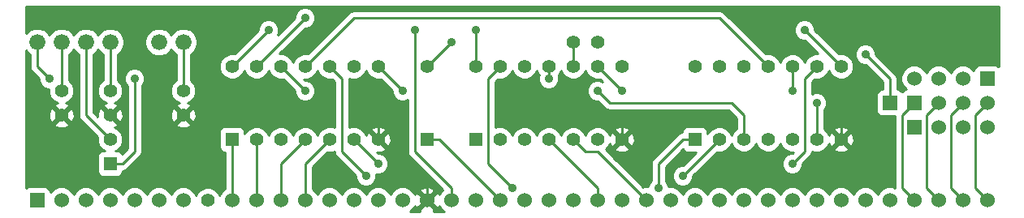
<source format=gtl>
G04 (created by PCBNEW (2013-03-19 BZR 4004)-stable) date 13/06/2016 14:56:16*
%MOIN*%
G04 Gerber Fmt 3.4, Leading zero omitted, Abs format*
%FSLAX34Y34*%
G01*
G70*
G90*
G04 APERTURE LIST*
%ADD10C,0.006*%
%ADD11R,0.06X0.06*%
%ADD12C,0.06*%
%ADD13C,0.055*%
%ADD14R,0.055X0.055*%
%ADD15C,0.066*%
%ADD16C,0.035*%
%ADD17C,0.01*%
G04 APERTURE END LIST*
G54D10*
G54D11*
X1000Y-8500D03*
G54D12*
X2000Y-8500D03*
X3000Y-8500D03*
X4000Y-8500D03*
X5000Y-8500D03*
X6000Y-8500D03*
X7000Y-8500D03*
G54D13*
X8000Y-8500D03*
G54D12*
X9000Y-8500D03*
X10000Y-8500D03*
X11000Y-8500D03*
X12000Y-8500D03*
X13000Y-8500D03*
X14000Y-8500D03*
X15000Y-8500D03*
X16000Y-8500D03*
X17000Y-8500D03*
X18000Y-8500D03*
X19000Y-8500D03*
X20000Y-8500D03*
X21000Y-8500D03*
X22000Y-8500D03*
X23000Y-8500D03*
X25000Y-8500D03*
X26000Y-8500D03*
X27000Y-8500D03*
X28000Y-8500D03*
X29000Y-8500D03*
X30000Y-8500D03*
X31000Y-8500D03*
X32000Y-8500D03*
X33000Y-8500D03*
X34000Y-8500D03*
X35000Y-8500D03*
X36000Y-8500D03*
X37000Y-8500D03*
X38000Y-8500D03*
X39000Y-8500D03*
X40000Y-8500D03*
X24000Y-8500D03*
G54D14*
X4000Y-7000D03*
G54D13*
X4000Y-6000D03*
G54D14*
X28000Y-6000D03*
G54D13*
X29000Y-6000D03*
X30000Y-6000D03*
X31000Y-6000D03*
X32000Y-6000D03*
X33000Y-6000D03*
X34000Y-6000D03*
X34000Y-3000D03*
X33000Y-3000D03*
X32000Y-3000D03*
X31000Y-3000D03*
X30000Y-3000D03*
X29000Y-3000D03*
X28000Y-3000D03*
G54D14*
X9000Y-6000D03*
G54D13*
X10000Y-6000D03*
X11000Y-6000D03*
X12000Y-6000D03*
X13000Y-6000D03*
X14000Y-6000D03*
X15000Y-6000D03*
X15000Y-3000D03*
X14000Y-3000D03*
X13000Y-3000D03*
X12000Y-3000D03*
X11000Y-3000D03*
X10000Y-3000D03*
X9000Y-3000D03*
G54D14*
X19000Y-6000D03*
G54D13*
X20000Y-6000D03*
X21000Y-6000D03*
X22000Y-6000D03*
X23000Y-6000D03*
X24000Y-6000D03*
X25000Y-6000D03*
X25000Y-3000D03*
X24000Y-3000D03*
X23000Y-3000D03*
X22000Y-3000D03*
X21000Y-3000D03*
X20000Y-3000D03*
X19000Y-3000D03*
G54D15*
X1000Y-2000D03*
X2000Y-2000D03*
X3000Y-2000D03*
X4000Y-2000D03*
X6000Y-2000D03*
X7000Y-2000D03*
G54D14*
X17000Y-6000D03*
G54D13*
X17000Y-3000D03*
X23000Y-2000D03*
X24000Y-2000D03*
X2000Y-4000D03*
X2000Y-5000D03*
X4000Y-4000D03*
X4000Y-5000D03*
X7000Y-4000D03*
X7000Y-5000D03*
G54D11*
X40000Y-3500D03*
G54D12*
X39000Y-3500D03*
X38000Y-3500D03*
X37000Y-3500D03*
G54D11*
X37000Y-5500D03*
G54D12*
X38000Y-5500D03*
X39000Y-5500D03*
X40000Y-5500D03*
G54D11*
X37000Y-4500D03*
G54D12*
X38000Y-4500D03*
X39000Y-4500D03*
X40000Y-4500D03*
G54D11*
X36000Y-4500D03*
G54D16*
X26500Y-8000D03*
X20500Y-8000D03*
X1500Y-3500D03*
X5000Y-3500D03*
X22000Y-3500D03*
X33500Y-5000D03*
X25000Y-5000D03*
X15000Y-5000D03*
X25000Y-4000D03*
X32000Y-4000D03*
X32500Y-1500D03*
X12000Y-1000D03*
X12000Y-4000D03*
X33000Y-4500D03*
X18000Y-2000D03*
X2000Y-4000D03*
X35000Y-2500D03*
X16000Y-4000D03*
X24000Y-4000D03*
X27500Y-7500D03*
X14500Y-7500D03*
X32000Y-7000D03*
X15000Y-7000D03*
X10500Y-1500D03*
X16500Y-1500D03*
X19000Y-1500D03*
G54D17*
X24500Y-7000D02*
X24000Y-6500D01*
X24000Y-6500D02*
X23500Y-6500D01*
X26000Y-8500D02*
X24500Y-7000D01*
X23500Y-6500D02*
X23000Y-6000D01*
X22000Y-6000D02*
X24000Y-8000D01*
X24000Y-8000D02*
X24000Y-8500D01*
X28000Y-6000D02*
X27500Y-6000D01*
X26500Y-7000D02*
X26500Y-8000D01*
X27500Y-6000D02*
X26500Y-7000D01*
X19500Y-7000D02*
X19500Y-3500D01*
X20000Y-3000D02*
X19500Y-3500D01*
X20500Y-8000D02*
X19500Y-7000D01*
X12000Y-8500D02*
X12000Y-7000D01*
X12000Y-7000D02*
X13000Y-6000D01*
X11000Y-8500D02*
X11000Y-7000D01*
X11000Y-7000D02*
X12000Y-6000D01*
X11000Y-7000D02*
X12000Y-6000D01*
X10000Y-8500D02*
X10000Y-6000D01*
X9000Y-6000D02*
X9000Y-8500D01*
X37000Y-4500D02*
X36500Y-5000D01*
X36500Y-8000D02*
X37000Y-8500D01*
X36500Y-5000D02*
X36500Y-8000D01*
X38000Y-4500D02*
X37500Y-5000D01*
X37500Y-8000D02*
X38000Y-8500D01*
X37500Y-5000D02*
X37500Y-8000D01*
X39000Y-4500D02*
X38500Y-5000D01*
X38500Y-8000D02*
X39000Y-8500D01*
X38500Y-5000D02*
X38500Y-8000D01*
X40000Y-4500D02*
X39500Y-5000D01*
X39500Y-8000D02*
X40000Y-8500D01*
X39500Y-5000D02*
X39500Y-8000D01*
X3000Y-2000D02*
X3000Y-5000D01*
X3000Y-5000D02*
X4000Y-6000D01*
X17000Y-6000D02*
X17500Y-6000D01*
X17500Y-6000D02*
X20000Y-8500D01*
X1000Y-2000D02*
X1000Y-3000D01*
X1000Y-3000D02*
X1500Y-3500D01*
X4000Y-7000D02*
X4500Y-7000D01*
X5000Y-6500D02*
X5000Y-3500D01*
X4500Y-7000D02*
X5000Y-6500D01*
X22000Y-3500D02*
X22000Y-3000D01*
X17000Y-8500D02*
X17000Y-8000D01*
X17000Y-8000D02*
X15000Y-6000D01*
X34000Y-6000D02*
X34000Y-5500D01*
X34000Y-5500D02*
X33500Y-5000D01*
X25000Y-5000D02*
X25000Y-6000D01*
X15000Y-6000D02*
X15000Y-5000D01*
X24000Y-3000D02*
X25000Y-4000D01*
X32000Y-4000D02*
X32000Y-3000D01*
X12000Y-3000D02*
X14000Y-1000D01*
X31000Y-3000D02*
X29000Y-1000D01*
X14000Y-1000D02*
X29000Y-1000D01*
X34000Y-3000D02*
X32500Y-1500D01*
X10000Y-3000D02*
X12000Y-1000D01*
X11000Y-3000D02*
X12000Y-4000D01*
X33000Y-6000D02*
X33000Y-4500D01*
X17000Y-3000D02*
X18000Y-2000D01*
X23000Y-2000D02*
X23000Y-3000D01*
X2000Y-2000D02*
X2000Y-4000D01*
X7000Y-4000D02*
X7000Y-2000D01*
X4000Y-4000D02*
X4000Y-2000D01*
X36000Y-4500D02*
X36000Y-3500D01*
X36000Y-3500D02*
X35000Y-2500D01*
X15000Y-3000D02*
X16000Y-4000D01*
X24000Y-4000D02*
X24500Y-4500D01*
X30000Y-5000D02*
X30000Y-6000D01*
X29500Y-4500D02*
X30000Y-5000D01*
X24500Y-4500D02*
X29500Y-4500D01*
X29000Y-6000D02*
X27500Y-7500D01*
X13500Y-6500D02*
X14500Y-7500D01*
X13500Y-3500D02*
X13000Y-3000D01*
X13500Y-6500D02*
X13500Y-3500D01*
X32500Y-6500D02*
X32000Y-7000D01*
X32500Y-3500D02*
X33000Y-3000D01*
X32500Y-6500D02*
X32500Y-3500D01*
X14000Y-6000D02*
X15000Y-7000D01*
X9000Y-3000D02*
X10500Y-1500D01*
X18000Y-8500D02*
X18000Y-8000D01*
X18000Y-8000D02*
X16500Y-6500D01*
X16500Y-6500D02*
X16500Y-1500D01*
X16500Y-6500D02*
X18000Y-8000D01*
X19000Y-2000D02*
X19000Y-1500D01*
X19000Y-3000D02*
X19000Y-2000D01*
X18000Y-8000D02*
X16500Y-6500D01*
G54D10*
G36*
X17698Y-8970D02*
X17290Y-8970D01*
X17315Y-8885D01*
X17000Y-8570D01*
X16684Y-8885D01*
X16709Y-8970D01*
X16301Y-8970D01*
X16311Y-8966D01*
X16465Y-8811D01*
X16497Y-8736D01*
X16518Y-8787D01*
X16614Y-8815D01*
X16929Y-8500D01*
X16614Y-8184D01*
X16518Y-8212D01*
X16499Y-8267D01*
X16466Y-8188D01*
X16311Y-8034D01*
X16109Y-7950D01*
X15891Y-7949D01*
X15688Y-8033D01*
X15534Y-8188D01*
X15529Y-8197D01*
X15529Y-6075D01*
X15518Y-5867D01*
X15460Y-5727D01*
X15367Y-5702D01*
X15297Y-5773D01*
X15297Y-5632D01*
X15272Y-5539D01*
X15075Y-5470D01*
X14867Y-5481D01*
X14727Y-5539D01*
X14702Y-5632D01*
X15000Y-5929D01*
X15297Y-5632D01*
X15297Y-5773D01*
X15070Y-6000D01*
X15367Y-6297D01*
X15460Y-6272D01*
X15529Y-6075D01*
X15529Y-8197D01*
X15500Y-8269D01*
X15466Y-8188D01*
X15311Y-8034D01*
X15109Y-7950D01*
X14891Y-7949D01*
X14688Y-8033D01*
X14534Y-8188D01*
X14500Y-8269D01*
X14466Y-8188D01*
X14311Y-8034D01*
X14109Y-7950D01*
X13891Y-7949D01*
X13688Y-8033D01*
X13534Y-8188D01*
X13500Y-8269D01*
X13466Y-8188D01*
X13311Y-8034D01*
X13109Y-7950D01*
X12891Y-7949D01*
X12688Y-8033D01*
X12534Y-8188D01*
X12500Y-8269D01*
X12466Y-8188D01*
X12311Y-8034D01*
X12300Y-8029D01*
X12300Y-7124D01*
X12899Y-6524D01*
X13103Y-6525D01*
X13200Y-6485D01*
X13200Y-6500D01*
X13222Y-6614D01*
X13287Y-6712D01*
X14075Y-7499D01*
X14074Y-7584D01*
X14139Y-7740D01*
X14258Y-7860D01*
X14415Y-7924D01*
X14584Y-7925D01*
X14740Y-7860D01*
X14860Y-7741D01*
X14924Y-7584D01*
X14925Y-7424D01*
X15084Y-7425D01*
X15240Y-7360D01*
X15360Y-7241D01*
X15424Y-7084D01*
X15425Y-6915D01*
X15360Y-6759D01*
X15241Y-6639D01*
X15084Y-6575D01*
X14999Y-6574D01*
X14952Y-6528D01*
X15132Y-6518D01*
X15272Y-6460D01*
X15297Y-6367D01*
X15000Y-6070D01*
X14994Y-6076D01*
X14923Y-6005D01*
X14929Y-6000D01*
X14632Y-5702D01*
X14539Y-5727D01*
X14500Y-5837D01*
X14445Y-5703D01*
X14297Y-5555D01*
X14104Y-5475D01*
X13896Y-5474D01*
X13800Y-5514D01*
X13800Y-3500D01*
X13796Y-3484D01*
X13895Y-3524D01*
X14103Y-3525D01*
X14297Y-3445D01*
X14444Y-3297D01*
X14500Y-3164D01*
X14554Y-3297D01*
X14702Y-3444D01*
X14895Y-3524D01*
X15100Y-3525D01*
X15575Y-3999D01*
X15574Y-4084D01*
X15639Y-4240D01*
X15758Y-4360D01*
X15915Y-4424D01*
X16084Y-4425D01*
X16200Y-4377D01*
X16200Y-6500D01*
X16222Y-6614D01*
X16287Y-6712D01*
X17648Y-8073D01*
X17534Y-8188D01*
X17502Y-8263D01*
X17481Y-8212D01*
X17385Y-8184D01*
X17315Y-8255D01*
X17315Y-8114D01*
X17287Y-8018D01*
X17081Y-7945D01*
X16863Y-7956D01*
X16712Y-8018D01*
X16684Y-8114D01*
X17000Y-8429D01*
X17315Y-8114D01*
X17315Y-8255D01*
X17070Y-8500D01*
X17385Y-8815D01*
X17481Y-8787D01*
X17500Y-8732D01*
X17533Y-8811D01*
X17688Y-8965D01*
X17698Y-8970D01*
X17698Y-8970D01*
G37*
G54D17*
X17698Y-8970D02*
X17290Y-8970D01*
X17315Y-8885D01*
X17000Y-8570D01*
X16684Y-8885D01*
X16709Y-8970D01*
X16301Y-8970D01*
X16311Y-8966D01*
X16465Y-8811D01*
X16497Y-8736D01*
X16518Y-8787D01*
X16614Y-8815D01*
X16929Y-8500D01*
X16614Y-8184D01*
X16518Y-8212D01*
X16499Y-8267D01*
X16466Y-8188D01*
X16311Y-8034D01*
X16109Y-7950D01*
X15891Y-7949D01*
X15688Y-8033D01*
X15534Y-8188D01*
X15529Y-8197D01*
X15529Y-6075D01*
X15518Y-5867D01*
X15460Y-5727D01*
X15367Y-5702D01*
X15297Y-5773D01*
X15297Y-5632D01*
X15272Y-5539D01*
X15075Y-5470D01*
X14867Y-5481D01*
X14727Y-5539D01*
X14702Y-5632D01*
X15000Y-5929D01*
X15297Y-5632D01*
X15297Y-5773D01*
X15070Y-6000D01*
X15367Y-6297D01*
X15460Y-6272D01*
X15529Y-6075D01*
X15529Y-8197D01*
X15500Y-8269D01*
X15466Y-8188D01*
X15311Y-8034D01*
X15109Y-7950D01*
X14891Y-7949D01*
X14688Y-8033D01*
X14534Y-8188D01*
X14500Y-8269D01*
X14466Y-8188D01*
X14311Y-8034D01*
X14109Y-7950D01*
X13891Y-7949D01*
X13688Y-8033D01*
X13534Y-8188D01*
X13500Y-8269D01*
X13466Y-8188D01*
X13311Y-8034D01*
X13109Y-7950D01*
X12891Y-7949D01*
X12688Y-8033D01*
X12534Y-8188D01*
X12500Y-8269D01*
X12466Y-8188D01*
X12311Y-8034D01*
X12300Y-8029D01*
X12300Y-7124D01*
X12899Y-6524D01*
X13103Y-6525D01*
X13200Y-6485D01*
X13200Y-6500D01*
X13222Y-6614D01*
X13287Y-6712D01*
X14075Y-7499D01*
X14074Y-7584D01*
X14139Y-7740D01*
X14258Y-7860D01*
X14415Y-7924D01*
X14584Y-7925D01*
X14740Y-7860D01*
X14860Y-7741D01*
X14924Y-7584D01*
X14925Y-7424D01*
X15084Y-7425D01*
X15240Y-7360D01*
X15360Y-7241D01*
X15424Y-7084D01*
X15425Y-6915D01*
X15360Y-6759D01*
X15241Y-6639D01*
X15084Y-6575D01*
X14999Y-6574D01*
X14952Y-6528D01*
X15132Y-6518D01*
X15272Y-6460D01*
X15297Y-6367D01*
X15000Y-6070D01*
X14994Y-6076D01*
X14923Y-6005D01*
X14929Y-6000D01*
X14632Y-5702D01*
X14539Y-5727D01*
X14500Y-5837D01*
X14445Y-5703D01*
X14297Y-5555D01*
X14104Y-5475D01*
X13896Y-5474D01*
X13800Y-5514D01*
X13800Y-3500D01*
X13796Y-3484D01*
X13895Y-3524D01*
X14103Y-3525D01*
X14297Y-3445D01*
X14444Y-3297D01*
X14500Y-3164D01*
X14554Y-3297D01*
X14702Y-3444D01*
X14895Y-3524D01*
X15100Y-3525D01*
X15575Y-3999D01*
X15574Y-4084D01*
X15639Y-4240D01*
X15758Y-4360D01*
X15915Y-4424D01*
X16084Y-4425D01*
X16200Y-4377D01*
X16200Y-6500D01*
X16222Y-6614D01*
X16287Y-6712D01*
X17648Y-8073D01*
X17534Y-8188D01*
X17502Y-8263D01*
X17481Y-8212D01*
X17385Y-8184D01*
X17315Y-8255D01*
X17315Y-8114D01*
X17287Y-8018D01*
X17081Y-7945D01*
X16863Y-7956D01*
X16712Y-8018D01*
X16684Y-8114D01*
X17000Y-8429D01*
X17315Y-8114D01*
X17315Y-8255D01*
X17070Y-8500D01*
X17385Y-8815D01*
X17481Y-8787D01*
X17500Y-8732D01*
X17533Y-8811D01*
X17688Y-8965D01*
X17698Y-8970D01*
G54D10*
G36*
X29700Y-5557D02*
X29555Y-5702D01*
X29499Y-5835D01*
X29445Y-5703D01*
X29297Y-5555D01*
X29104Y-5475D01*
X28896Y-5474D01*
X28703Y-5554D01*
X28555Y-5702D01*
X28525Y-5774D01*
X28525Y-5675D01*
X28487Y-5583D01*
X28416Y-5513D01*
X28324Y-5475D01*
X28225Y-5474D01*
X27675Y-5474D01*
X27583Y-5512D01*
X27513Y-5583D01*
X27475Y-5675D01*
X27475Y-5704D01*
X27385Y-5722D01*
X27287Y-5787D01*
X26287Y-6787D01*
X26222Y-6885D01*
X26200Y-7000D01*
X26200Y-7698D01*
X26139Y-7758D01*
X26075Y-7915D01*
X26075Y-7950D01*
X25891Y-7949D01*
X25879Y-7954D01*
X25529Y-7605D01*
X25529Y-6075D01*
X25518Y-5867D01*
X25460Y-5727D01*
X25367Y-5702D01*
X25297Y-5773D01*
X25297Y-5632D01*
X25272Y-5539D01*
X25075Y-5470D01*
X24867Y-5481D01*
X24727Y-5539D01*
X24702Y-5632D01*
X25000Y-5929D01*
X25297Y-5632D01*
X25297Y-5773D01*
X25070Y-6000D01*
X25367Y-6297D01*
X25460Y-6272D01*
X25529Y-6075D01*
X25529Y-7605D01*
X25297Y-7372D01*
X25297Y-6367D01*
X25000Y-6070D01*
X24702Y-6367D01*
X24727Y-6460D01*
X24924Y-6529D01*
X25132Y-6518D01*
X25272Y-6460D01*
X25297Y-6367D01*
X25297Y-7372D01*
X24712Y-6787D01*
X24712Y-6787D01*
X24712Y-6787D01*
X24333Y-6409D01*
X24444Y-6297D01*
X24497Y-6171D01*
X24539Y-6272D01*
X24632Y-6297D01*
X24929Y-6000D01*
X24632Y-5702D01*
X24539Y-5727D01*
X24500Y-5837D01*
X24445Y-5703D01*
X24297Y-5555D01*
X24104Y-5475D01*
X23896Y-5474D01*
X23703Y-5554D01*
X23555Y-5702D01*
X23499Y-5835D01*
X23445Y-5703D01*
X23297Y-5555D01*
X23104Y-5475D01*
X22896Y-5474D01*
X22703Y-5554D01*
X22555Y-5702D01*
X22499Y-5835D01*
X22445Y-5703D01*
X22297Y-5555D01*
X22104Y-5475D01*
X21896Y-5474D01*
X21703Y-5554D01*
X21555Y-5702D01*
X21499Y-5835D01*
X21445Y-5703D01*
X21297Y-5555D01*
X21104Y-5475D01*
X20896Y-5474D01*
X20703Y-5554D01*
X20555Y-5702D01*
X20499Y-5835D01*
X20445Y-5703D01*
X20297Y-5555D01*
X20104Y-5475D01*
X19896Y-5474D01*
X19800Y-5514D01*
X19800Y-3624D01*
X19899Y-3524D01*
X20103Y-3525D01*
X20297Y-3445D01*
X20444Y-3297D01*
X20500Y-3164D01*
X20554Y-3297D01*
X20702Y-3444D01*
X20895Y-3524D01*
X21103Y-3525D01*
X21297Y-3445D01*
X21444Y-3297D01*
X21500Y-3164D01*
X21554Y-3297D01*
X21603Y-3346D01*
X21575Y-3415D01*
X21574Y-3584D01*
X21639Y-3740D01*
X21758Y-3860D01*
X21915Y-3924D01*
X22084Y-3925D01*
X22240Y-3860D01*
X22360Y-3741D01*
X22424Y-3584D01*
X22425Y-3415D01*
X22396Y-3346D01*
X22444Y-3297D01*
X22500Y-3164D01*
X22554Y-3297D01*
X22702Y-3444D01*
X22895Y-3524D01*
X23103Y-3525D01*
X23297Y-3445D01*
X23444Y-3297D01*
X23500Y-3164D01*
X23554Y-3297D01*
X23702Y-3444D01*
X23895Y-3524D01*
X24100Y-3525D01*
X24197Y-3621D01*
X24084Y-3575D01*
X23915Y-3574D01*
X23759Y-3639D01*
X23639Y-3758D01*
X23575Y-3915D01*
X23574Y-4084D01*
X23639Y-4240D01*
X23758Y-4360D01*
X23915Y-4424D01*
X24000Y-4425D01*
X24287Y-4712D01*
X24287Y-4712D01*
X24385Y-4777D01*
X24500Y-4800D01*
X29375Y-4800D01*
X29700Y-5124D01*
X29700Y-5557D01*
X29700Y-5557D01*
G37*
G54D17*
X29700Y-5557D02*
X29555Y-5702D01*
X29499Y-5835D01*
X29445Y-5703D01*
X29297Y-5555D01*
X29104Y-5475D01*
X28896Y-5474D01*
X28703Y-5554D01*
X28555Y-5702D01*
X28525Y-5774D01*
X28525Y-5675D01*
X28487Y-5583D01*
X28416Y-5513D01*
X28324Y-5475D01*
X28225Y-5474D01*
X27675Y-5474D01*
X27583Y-5512D01*
X27513Y-5583D01*
X27475Y-5675D01*
X27475Y-5704D01*
X27385Y-5722D01*
X27287Y-5787D01*
X26287Y-6787D01*
X26222Y-6885D01*
X26200Y-7000D01*
X26200Y-7698D01*
X26139Y-7758D01*
X26075Y-7915D01*
X26075Y-7950D01*
X25891Y-7949D01*
X25879Y-7954D01*
X25529Y-7605D01*
X25529Y-6075D01*
X25518Y-5867D01*
X25460Y-5727D01*
X25367Y-5702D01*
X25297Y-5773D01*
X25297Y-5632D01*
X25272Y-5539D01*
X25075Y-5470D01*
X24867Y-5481D01*
X24727Y-5539D01*
X24702Y-5632D01*
X25000Y-5929D01*
X25297Y-5632D01*
X25297Y-5773D01*
X25070Y-6000D01*
X25367Y-6297D01*
X25460Y-6272D01*
X25529Y-6075D01*
X25529Y-7605D01*
X25297Y-7372D01*
X25297Y-6367D01*
X25000Y-6070D01*
X24702Y-6367D01*
X24727Y-6460D01*
X24924Y-6529D01*
X25132Y-6518D01*
X25272Y-6460D01*
X25297Y-6367D01*
X25297Y-7372D01*
X24712Y-6787D01*
X24712Y-6787D01*
X24712Y-6787D01*
X24333Y-6409D01*
X24444Y-6297D01*
X24497Y-6171D01*
X24539Y-6272D01*
X24632Y-6297D01*
X24929Y-6000D01*
X24632Y-5702D01*
X24539Y-5727D01*
X24500Y-5837D01*
X24445Y-5703D01*
X24297Y-5555D01*
X24104Y-5475D01*
X23896Y-5474D01*
X23703Y-5554D01*
X23555Y-5702D01*
X23499Y-5835D01*
X23445Y-5703D01*
X23297Y-5555D01*
X23104Y-5475D01*
X22896Y-5474D01*
X22703Y-5554D01*
X22555Y-5702D01*
X22499Y-5835D01*
X22445Y-5703D01*
X22297Y-5555D01*
X22104Y-5475D01*
X21896Y-5474D01*
X21703Y-5554D01*
X21555Y-5702D01*
X21499Y-5835D01*
X21445Y-5703D01*
X21297Y-5555D01*
X21104Y-5475D01*
X20896Y-5474D01*
X20703Y-5554D01*
X20555Y-5702D01*
X20499Y-5835D01*
X20445Y-5703D01*
X20297Y-5555D01*
X20104Y-5475D01*
X19896Y-5474D01*
X19800Y-5514D01*
X19800Y-3624D01*
X19899Y-3524D01*
X20103Y-3525D01*
X20297Y-3445D01*
X20444Y-3297D01*
X20500Y-3164D01*
X20554Y-3297D01*
X20702Y-3444D01*
X20895Y-3524D01*
X21103Y-3525D01*
X21297Y-3445D01*
X21444Y-3297D01*
X21500Y-3164D01*
X21554Y-3297D01*
X21603Y-3346D01*
X21575Y-3415D01*
X21574Y-3584D01*
X21639Y-3740D01*
X21758Y-3860D01*
X21915Y-3924D01*
X22084Y-3925D01*
X22240Y-3860D01*
X22360Y-3741D01*
X22424Y-3584D01*
X22425Y-3415D01*
X22396Y-3346D01*
X22444Y-3297D01*
X22500Y-3164D01*
X22554Y-3297D01*
X22702Y-3444D01*
X22895Y-3524D01*
X23103Y-3525D01*
X23297Y-3445D01*
X23444Y-3297D01*
X23500Y-3164D01*
X23554Y-3297D01*
X23702Y-3444D01*
X23895Y-3524D01*
X24100Y-3525D01*
X24197Y-3621D01*
X24084Y-3575D01*
X23915Y-3574D01*
X23759Y-3639D01*
X23639Y-3758D01*
X23575Y-3915D01*
X23574Y-4084D01*
X23639Y-4240D01*
X23758Y-4360D01*
X23915Y-4424D01*
X24000Y-4425D01*
X24287Y-4712D01*
X24287Y-4712D01*
X24385Y-4777D01*
X24500Y-4800D01*
X29375Y-4800D01*
X29700Y-5124D01*
X29700Y-5557D01*
G54D10*
G36*
X40470Y-3016D02*
X40441Y-2988D01*
X40349Y-2950D01*
X40250Y-2949D01*
X39650Y-2949D01*
X39558Y-2987D01*
X39488Y-3058D01*
X39450Y-3150D01*
X39450Y-3172D01*
X39311Y-3034D01*
X39109Y-2950D01*
X38891Y-2949D01*
X38688Y-3033D01*
X38534Y-3188D01*
X38500Y-3269D01*
X38466Y-3188D01*
X38311Y-3034D01*
X38109Y-2950D01*
X37891Y-2949D01*
X37688Y-3033D01*
X37534Y-3188D01*
X37500Y-3269D01*
X37466Y-3188D01*
X37311Y-3034D01*
X37109Y-2950D01*
X36891Y-2949D01*
X36688Y-3033D01*
X36534Y-3188D01*
X36450Y-3390D01*
X36449Y-3608D01*
X36533Y-3811D01*
X36672Y-3949D01*
X36650Y-3949D01*
X36558Y-3987D01*
X36499Y-4046D01*
X36441Y-3988D01*
X36349Y-3950D01*
X36300Y-3950D01*
X36300Y-3500D01*
X36277Y-3385D01*
X36212Y-3287D01*
X36212Y-3287D01*
X35424Y-2500D01*
X35425Y-2415D01*
X35360Y-2259D01*
X35241Y-2139D01*
X35084Y-2075D01*
X34915Y-2074D01*
X34759Y-2139D01*
X34639Y-2258D01*
X34575Y-2415D01*
X34574Y-2584D01*
X34639Y-2740D01*
X34758Y-2860D01*
X34915Y-2924D01*
X35000Y-2925D01*
X35700Y-3624D01*
X35700Y-3949D01*
X35650Y-3949D01*
X35558Y-3987D01*
X35488Y-4058D01*
X35450Y-4150D01*
X35449Y-4249D01*
X35449Y-4849D01*
X35487Y-4941D01*
X35558Y-5011D01*
X35650Y-5049D01*
X35749Y-5050D01*
X36200Y-5050D01*
X36200Y-7987D01*
X36109Y-7950D01*
X35891Y-7949D01*
X35688Y-8033D01*
X35534Y-8188D01*
X35500Y-8269D01*
X35466Y-8188D01*
X35311Y-8034D01*
X35109Y-7950D01*
X34891Y-7949D01*
X34688Y-8033D01*
X34534Y-8188D01*
X34529Y-8197D01*
X34529Y-6075D01*
X34518Y-5867D01*
X34460Y-5727D01*
X34367Y-5702D01*
X34297Y-5773D01*
X34297Y-5632D01*
X34272Y-5539D01*
X34075Y-5470D01*
X33867Y-5481D01*
X33727Y-5539D01*
X33702Y-5632D01*
X34000Y-5929D01*
X34297Y-5632D01*
X34297Y-5773D01*
X34070Y-6000D01*
X34367Y-6297D01*
X34460Y-6272D01*
X34529Y-6075D01*
X34529Y-8197D01*
X34500Y-8269D01*
X34466Y-8188D01*
X34311Y-8034D01*
X34297Y-8027D01*
X34297Y-6367D01*
X34000Y-6070D01*
X33702Y-6367D01*
X33727Y-6460D01*
X33924Y-6529D01*
X34132Y-6518D01*
X34272Y-6460D01*
X34297Y-6367D01*
X34297Y-8027D01*
X34109Y-7950D01*
X33891Y-7949D01*
X33688Y-8033D01*
X33534Y-8188D01*
X33500Y-8269D01*
X33466Y-8188D01*
X33311Y-8034D01*
X33109Y-7950D01*
X32891Y-7949D01*
X32688Y-8033D01*
X32534Y-8188D01*
X32500Y-8269D01*
X32466Y-8188D01*
X32311Y-8034D01*
X32109Y-7950D01*
X31891Y-7949D01*
X31688Y-8033D01*
X31534Y-8188D01*
X31500Y-8269D01*
X31466Y-8188D01*
X31311Y-8034D01*
X31109Y-7950D01*
X30891Y-7949D01*
X30688Y-8033D01*
X30534Y-8188D01*
X30500Y-8269D01*
X30466Y-8188D01*
X30311Y-8034D01*
X30109Y-7950D01*
X29891Y-7949D01*
X29688Y-8033D01*
X29534Y-8188D01*
X29500Y-8269D01*
X29466Y-8188D01*
X29311Y-8034D01*
X29109Y-7950D01*
X28891Y-7949D01*
X28688Y-8033D01*
X28534Y-8188D01*
X28500Y-8269D01*
X28466Y-8188D01*
X28311Y-8034D01*
X28109Y-7950D01*
X27891Y-7949D01*
X27688Y-8033D01*
X27534Y-8188D01*
X27500Y-8269D01*
X27466Y-8188D01*
X27311Y-8034D01*
X27109Y-7950D01*
X26925Y-7949D01*
X26925Y-7915D01*
X26860Y-7759D01*
X26800Y-7698D01*
X26800Y-7124D01*
X27511Y-6412D01*
X27512Y-6416D01*
X27583Y-6486D01*
X27675Y-6524D01*
X27774Y-6525D01*
X28050Y-6525D01*
X27500Y-7075D01*
X27415Y-7074D01*
X27259Y-7139D01*
X27139Y-7258D01*
X27075Y-7415D01*
X27074Y-7584D01*
X27139Y-7740D01*
X27258Y-7860D01*
X27415Y-7924D01*
X27584Y-7925D01*
X27740Y-7860D01*
X27860Y-7741D01*
X27924Y-7584D01*
X27925Y-7499D01*
X28899Y-6524D01*
X29103Y-6525D01*
X29297Y-6445D01*
X29444Y-6297D01*
X29500Y-6164D01*
X29554Y-6297D01*
X29702Y-6444D01*
X29895Y-6524D01*
X30103Y-6525D01*
X30297Y-6445D01*
X30444Y-6297D01*
X30500Y-6164D01*
X30554Y-6297D01*
X30702Y-6444D01*
X30895Y-6524D01*
X31103Y-6525D01*
X31297Y-6445D01*
X31444Y-6297D01*
X31500Y-6164D01*
X31554Y-6297D01*
X31702Y-6444D01*
X31895Y-6524D01*
X32050Y-6525D01*
X32000Y-6575D01*
X31915Y-6574D01*
X31759Y-6639D01*
X31639Y-6758D01*
X31575Y-6915D01*
X31574Y-7084D01*
X31639Y-7240D01*
X31758Y-7360D01*
X31915Y-7424D01*
X32084Y-7425D01*
X32240Y-7360D01*
X32360Y-7241D01*
X32424Y-7084D01*
X32425Y-6999D01*
X32712Y-6712D01*
X32712Y-6712D01*
X32777Y-6614D01*
X32799Y-6500D01*
X32800Y-6500D01*
X32800Y-6485D01*
X32895Y-6524D01*
X33103Y-6525D01*
X33297Y-6445D01*
X33444Y-6297D01*
X33497Y-6171D01*
X33539Y-6272D01*
X33632Y-6297D01*
X33929Y-6000D01*
X33632Y-5702D01*
X33539Y-5727D01*
X33500Y-5837D01*
X33445Y-5703D01*
X33300Y-5557D01*
X33300Y-4801D01*
X33360Y-4741D01*
X33424Y-4584D01*
X33425Y-4415D01*
X33360Y-4259D01*
X33241Y-4139D01*
X33084Y-4075D01*
X32915Y-4074D01*
X32800Y-4122D01*
X32800Y-3624D01*
X32899Y-3524D01*
X33103Y-3525D01*
X33297Y-3445D01*
X33444Y-3297D01*
X33500Y-3164D01*
X33554Y-3297D01*
X33702Y-3444D01*
X33895Y-3524D01*
X34103Y-3525D01*
X34297Y-3445D01*
X34444Y-3297D01*
X34524Y-3104D01*
X34525Y-2896D01*
X34445Y-2703D01*
X34297Y-2555D01*
X34104Y-2475D01*
X33899Y-2474D01*
X32924Y-1500D01*
X32925Y-1415D01*
X32860Y-1259D01*
X32741Y-1139D01*
X32584Y-1075D01*
X32415Y-1074D01*
X32259Y-1139D01*
X32139Y-1258D01*
X32075Y-1415D01*
X32074Y-1584D01*
X32139Y-1740D01*
X32258Y-1860D01*
X32415Y-1924D01*
X32500Y-1925D01*
X33050Y-2475D01*
X32896Y-2474D01*
X32703Y-2554D01*
X32555Y-2702D01*
X32499Y-2835D01*
X32445Y-2703D01*
X32297Y-2555D01*
X32104Y-2475D01*
X31896Y-2474D01*
X31703Y-2554D01*
X31555Y-2702D01*
X31499Y-2835D01*
X31445Y-2703D01*
X31297Y-2555D01*
X31104Y-2475D01*
X30899Y-2474D01*
X29212Y-787D01*
X29114Y-722D01*
X29000Y-700D01*
X14000Y-700D01*
X13885Y-722D01*
X13787Y-787D01*
X12100Y-2475D01*
X11896Y-2474D01*
X11703Y-2554D01*
X11555Y-2702D01*
X11499Y-2835D01*
X11445Y-2703D01*
X11297Y-2555D01*
X11104Y-2475D01*
X10949Y-2474D01*
X11999Y-1424D01*
X12084Y-1425D01*
X12240Y-1360D01*
X12360Y-1241D01*
X12424Y-1084D01*
X12425Y-915D01*
X12360Y-759D01*
X12241Y-639D01*
X12084Y-575D01*
X11915Y-574D01*
X11759Y-639D01*
X11639Y-758D01*
X11575Y-915D01*
X11574Y-1000D01*
X10878Y-1697D01*
X10924Y-1584D01*
X10925Y-1415D01*
X10860Y-1259D01*
X10741Y-1139D01*
X10584Y-1075D01*
X10415Y-1074D01*
X10259Y-1139D01*
X10139Y-1258D01*
X10075Y-1415D01*
X10074Y-1500D01*
X9100Y-2475D01*
X8896Y-2474D01*
X8703Y-2554D01*
X8555Y-2702D01*
X8475Y-2895D01*
X8474Y-3103D01*
X8554Y-3297D01*
X8702Y-3444D01*
X8895Y-3524D01*
X9103Y-3525D01*
X9297Y-3445D01*
X9444Y-3297D01*
X9500Y-3164D01*
X9554Y-3297D01*
X9702Y-3444D01*
X9895Y-3524D01*
X10103Y-3525D01*
X10297Y-3445D01*
X10444Y-3297D01*
X10500Y-3164D01*
X10554Y-3297D01*
X10702Y-3444D01*
X10895Y-3524D01*
X11100Y-3525D01*
X11575Y-3999D01*
X11574Y-4084D01*
X11639Y-4240D01*
X11758Y-4360D01*
X11915Y-4424D01*
X12084Y-4425D01*
X12240Y-4360D01*
X12360Y-4241D01*
X12424Y-4084D01*
X12425Y-3915D01*
X12360Y-3759D01*
X12241Y-3639D01*
X12084Y-3575D01*
X11999Y-3574D01*
X11949Y-3524D01*
X12103Y-3525D01*
X12297Y-3445D01*
X12444Y-3297D01*
X12500Y-3164D01*
X12554Y-3297D01*
X12702Y-3444D01*
X12895Y-3524D01*
X13100Y-3525D01*
X13200Y-3624D01*
X13200Y-5514D01*
X13104Y-5475D01*
X12896Y-5474D01*
X12703Y-5554D01*
X12555Y-5702D01*
X12499Y-5835D01*
X12445Y-5703D01*
X12297Y-5555D01*
X12104Y-5475D01*
X11896Y-5474D01*
X11703Y-5554D01*
X11555Y-5702D01*
X11499Y-5835D01*
X11445Y-5703D01*
X11297Y-5555D01*
X11104Y-5475D01*
X10896Y-5474D01*
X10703Y-5554D01*
X10555Y-5702D01*
X10499Y-5835D01*
X10445Y-5703D01*
X10297Y-5555D01*
X10104Y-5475D01*
X9896Y-5474D01*
X9703Y-5554D01*
X9555Y-5702D01*
X9525Y-5774D01*
X9525Y-5675D01*
X9487Y-5583D01*
X9416Y-5513D01*
X9324Y-5475D01*
X9225Y-5474D01*
X8675Y-5474D01*
X8583Y-5512D01*
X8513Y-5583D01*
X8475Y-5675D01*
X8474Y-5774D01*
X8474Y-6324D01*
X8512Y-6416D01*
X8583Y-6486D01*
X8675Y-6524D01*
X8700Y-6524D01*
X8700Y-8028D01*
X8688Y-8033D01*
X8534Y-8188D01*
X8486Y-8302D01*
X8445Y-8203D01*
X8297Y-8055D01*
X8104Y-7975D01*
X7896Y-7974D01*
X7703Y-8054D01*
X7580Y-8177D01*
X7580Y-1885D01*
X7491Y-1671D01*
X7328Y-1508D01*
X7115Y-1420D01*
X6885Y-1419D01*
X6671Y-1508D01*
X6508Y-1671D01*
X6500Y-1691D01*
X6491Y-1671D01*
X6328Y-1508D01*
X6115Y-1420D01*
X5885Y-1419D01*
X5671Y-1508D01*
X5508Y-1671D01*
X5420Y-1884D01*
X5419Y-2114D01*
X5508Y-2328D01*
X5671Y-2491D01*
X5884Y-2579D01*
X6114Y-2580D01*
X6328Y-2491D01*
X6491Y-2328D01*
X6499Y-2308D01*
X6508Y-2328D01*
X6671Y-2491D01*
X6700Y-2503D01*
X6700Y-3557D01*
X6555Y-3702D01*
X6475Y-3895D01*
X6474Y-4103D01*
X6554Y-4297D01*
X6702Y-4444D01*
X6828Y-4497D01*
X6727Y-4539D01*
X6702Y-4632D01*
X7000Y-4929D01*
X7297Y-4632D01*
X7272Y-4539D01*
X7162Y-4500D01*
X7297Y-4445D01*
X7444Y-4297D01*
X7524Y-4104D01*
X7525Y-3896D01*
X7445Y-3703D01*
X7300Y-3557D01*
X7300Y-2503D01*
X7328Y-2491D01*
X7491Y-2328D01*
X7579Y-2115D01*
X7580Y-1885D01*
X7580Y-8177D01*
X7555Y-8202D01*
X7529Y-8263D01*
X7529Y-5075D01*
X7518Y-4867D01*
X7460Y-4727D01*
X7367Y-4702D01*
X7070Y-5000D01*
X7367Y-5297D01*
X7460Y-5272D01*
X7529Y-5075D01*
X7529Y-8263D01*
X7513Y-8302D01*
X7466Y-8188D01*
X7311Y-8034D01*
X7297Y-8027D01*
X7297Y-5367D01*
X7000Y-5070D01*
X6929Y-5141D01*
X6929Y-5000D01*
X6632Y-4702D01*
X6539Y-4727D01*
X6470Y-4924D01*
X6481Y-5132D01*
X6539Y-5272D01*
X6632Y-5297D01*
X6929Y-5000D01*
X6929Y-5141D01*
X6702Y-5367D01*
X6727Y-5460D01*
X6924Y-5529D01*
X7132Y-5518D01*
X7272Y-5460D01*
X7297Y-5367D01*
X7297Y-8027D01*
X7109Y-7950D01*
X6891Y-7949D01*
X6688Y-8033D01*
X6534Y-8188D01*
X6500Y-8269D01*
X6466Y-8188D01*
X6311Y-8034D01*
X6109Y-7950D01*
X5891Y-7949D01*
X5688Y-8033D01*
X5534Y-8188D01*
X5500Y-8269D01*
X5466Y-8188D01*
X5311Y-8034D01*
X5109Y-7950D01*
X4891Y-7949D01*
X4688Y-8033D01*
X4534Y-8188D01*
X4500Y-8269D01*
X4466Y-8188D01*
X4311Y-8034D01*
X4109Y-7950D01*
X3891Y-7949D01*
X3688Y-8033D01*
X3534Y-8188D01*
X3500Y-8269D01*
X3466Y-8188D01*
X3311Y-8034D01*
X3109Y-7950D01*
X2891Y-7949D01*
X2688Y-8033D01*
X2534Y-8188D01*
X2529Y-8197D01*
X2529Y-5075D01*
X2518Y-4867D01*
X2460Y-4727D01*
X2367Y-4702D01*
X2070Y-5000D01*
X2367Y-5297D01*
X2460Y-5272D01*
X2529Y-5075D01*
X2529Y-8197D01*
X2500Y-8269D01*
X2466Y-8188D01*
X2311Y-8034D01*
X2297Y-8027D01*
X2297Y-5367D01*
X2000Y-5070D01*
X1929Y-5141D01*
X1929Y-5000D01*
X1632Y-4702D01*
X1539Y-4727D01*
X1470Y-4924D01*
X1481Y-5132D01*
X1539Y-5272D01*
X1632Y-5297D01*
X1929Y-5000D01*
X1929Y-5141D01*
X1702Y-5367D01*
X1727Y-5460D01*
X1924Y-5529D01*
X2132Y-5518D01*
X2272Y-5460D01*
X2297Y-5367D01*
X2297Y-8027D01*
X2109Y-7950D01*
X1891Y-7949D01*
X1688Y-8033D01*
X1550Y-8172D01*
X1550Y-8150D01*
X1512Y-8058D01*
X1441Y-7988D01*
X1349Y-7950D01*
X1250Y-7949D01*
X650Y-7949D01*
X558Y-7987D01*
X529Y-8016D01*
X529Y-2349D01*
X671Y-2491D01*
X700Y-2503D01*
X700Y-3000D01*
X722Y-3114D01*
X787Y-3212D01*
X1075Y-3499D01*
X1074Y-3584D01*
X1139Y-3740D01*
X1258Y-3860D01*
X1415Y-3924D01*
X1475Y-3924D01*
X1474Y-4103D01*
X1554Y-4297D01*
X1702Y-4444D01*
X1828Y-4497D01*
X1727Y-4539D01*
X1702Y-4632D01*
X2000Y-4929D01*
X2297Y-4632D01*
X2272Y-4539D01*
X2162Y-4500D01*
X2297Y-4445D01*
X2444Y-4297D01*
X2524Y-4104D01*
X2525Y-3896D01*
X2445Y-3703D01*
X2300Y-3557D01*
X2300Y-2503D01*
X2328Y-2491D01*
X2491Y-2328D01*
X2499Y-2308D01*
X2508Y-2328D01*
X2671Y-2491D01*
X2700Y-2503D01*
X2700Y-5000D01*
X2722Y-5114D01*
X2787Y-5212D01*
X3475Y-5899D01*
X3474Y-6103D01*
X3554Y-6297D01*
X3702Y-6444D01*
X3774Y-6474D01*
X3675Y-6474D01*
X3583Y-6512D01*
X3513Y-6583D01*
X3475Y-6675D01*
X3474Y-6774D01*
X3474Y-7324D01*
X3512Y-7416D01*
X3583Y-7486D01*
X3675Y-7524D01*
X3774Y-7525D01*
X4324Y-7525D01*
X4416Y-7487D01*
X4486Y-7416D01*
X4524Y-7324D01*
X4524Y-7295D01*
X4614Y-7277D01*
X4614Y-7277D01*
X4712Y-7212D01*
X5212Y-6712D01*
X5212Y-6712D01*
X5277Y-6614D01*
X5299Y-6500D01*
X5300Y-6500D01*
X5300Y-3801D01*
X5360Y-3741D01*
X5424Y-3584D01*
X5425Y-3415D01*
X5360Y-3259D01*
X5241Y-3139D01*
X5084Y-3075D01*
X4915Y-3074D01*
X4759Y-3139D01*
X4639Y-3258D01*
X4575Y-3415D01*
X4574Y-3584D01*
X4639Y-3740D01*
X4700Y-3801D01*
X4700Y-6375D01*
X4529Y-6545D01*
X4529Y-5075D01*
X4518Y-4867D01*
X4460Y-4727D01*
X4367Y-4702D01*
X4070Y-5000D01*
X4367Y-5297D01*
X4460Y-5272D01*
X4529Y-5075D01*
X4529Y-6545D01*
X4488Y-6587D01*
X4487Y-6583D01*
X4416Y-6513D01*
X4324Y-6475D01*
X4225Y-6474D01*
X4225Y-6474D01*
X4297Y-6445D01*
X4444Y-6297D01*
X4524Y-6104D01*
X4525Y-5896D01*
X4445Y-5703D01*
X4297Y-5555D01*
X4171Y-5502D01*
X4272Y-5460D01*
X4297Y-5367D01*
X4000Y-5070D01*
X3994Y-5076D01*
X3923Y-5005D01*
X3929Y-5000D01*
X3632Y-4702D01*
X3539Y-4727D01*
X3470Y-4924D01*
X3477Y-5052D01*
X3300Y-4875D01*
X3300Y-2503D01*
X3328Y-2491D01*
X3491Y-2328D01*
X3499Y-2308D01*
X3508Y-2328D01*
X3671Y-2491D01*
X3700Y-2503D01*
X3700Y-3557D01*
X3555Y-3702D01*
X3475Y-3895D01*
X3474Y-4103D01*
X3554Y-4297D01*
X3702Y-4444D01*
X3828Y-4497D01*
X3727Y-4539D01*
X3702Y-4632D01*
X4000Y-4929D01*
X4297Y-4632D01*
X4272Y-4539D01*
X4162Y-4500D01*
X4297Y-4445D01*
X4444Y-4297D01*
X4524Y-4104D01*
X4525Y-3896D01*
X4445Y-3703D01*
X4300Y-3557D01*
X4300Y-2503D01*
X4328Y-2491D01*
X4491Y-2328D01*
X4579Y-2115D01*
X4580Y-1885D01*
X4491Y-1671D01*
X4328Y-1508D01*
X4115Y-1420D01*
X3885Y-1419D01*
X3671Y-1508D01*
X3508Y-1671D01*
X3500Y-1691D01*
X3491Y-1671D01*
X3328Y-1508D01*
X3115Y-1420D01*
X2885Y-1419D01*
X2671Y-1508D01*
X2508Y-1671D01*
X2500Y-1691D01*
X2491Y-1671D01*
X2328Y-1508D01*
X2115Y-1420D01*
X1885Y-1419D01*
X1671Y-1508D01*
X1508Y-1671D01*
X1500Y-1691D01*
X1491Y-1671D01*
X1328Y-1508D01*
X1115Y-1420D01*
X885Y-1419D01*
X671Y-1508D01*
X529Y-1650D01*
X529Y-529D01*
X40470Y-529D01*
X40470Y-3016D01*
X40470Y-3016D01*
G37*
G54D17*
X40470Y-3016D02*
X40441Y-2988D01*
X40349Y-2950D01*
X40250Y-2949D01*
X39650Y-2949D01*
X39558Y-2987D01*
X39488Y-3058D01*
X39450Y-3150D01*
X39450Y-3172D01*
X39311Y-3034D01*
X39109Y-2950D01*
X38891Y-2949D01*
X38688Y-3033D01*
X38534Y-3188D01*
X38500Y-3269D01*
X38466Y-3188D01*
X38311Y-3034D01*
X38109Y-2950D01*
X37891Y-2949D01*
X37688Y-3033D01*
X37534Y-3188D01*
X37500Y-3269D01*
X37466Y-3188D01*
X37311Y-3034D01*
X37109Y-2950D01*
X36891Y-2949D01*
X36688Y-3033D01*
X36534Y-3188D01*
X36450Y-3390D01*
X36449Y-3608D01*
X36533Y-3811D01*
X36672Y-3949D01*
X36650Y-3949D01*
X36558Y-3987D01*
X36499Y-4046D01*
X36441Y-3988D01*
X36349Y-3950D01*
X36300Y-3950D01*
X36300Y-3500D01*
X36277Y-3385D01*
X36212Y-3287D01*
X36212Y-3287D01*
X35424Y-2500D01*
X35425Y-2415D01*
X35360Y-2259D01*
X35241Y-2139D01*
X35084Y-2075D01*
X34915Y-2074D01*
X34759Y-2139D01*
X34639Y-2258D01*
X34575Y-2415D01*
X34574Y-2584D01*
X34639Y-2740D01*
X34758Y-2860D01*
X34915Y-2924D01*
X35000Y-2925D01*
X35700Y-3624D01*
X35700Y-3949D01*
X35650Y-3949D01*
X35558Y-3987D01*
X35488Y-4058D01*
X35450Y-4150D01*
X35449Y-4249D01*
X35449Y-4849D01*
X35487Y-4941D01*
X35558Y-5011D01*
X35650Y-5049D01*
X35749Y-5050D01*
X36200Y-5050D01*
X36200Y-7987D01*
X36109Y-7950D01*
X35891Y-7949D01*
X35688Y-8033D01*
X35534Y-8188D01*
X35500Y-8269D01*
X35466Y-8188D01*
X35311Y-8034D01*
X35109Y-7950D01*
X34891Y-7949D01*
X34688Y-8033D01*
X34534Y-8188D01*
X34529Y-8197D01*
X34529Y-6075D01*
X34518Y-5867D01*
X34460Y-5727D01*
X34367Y-5702D01*
X34297Y-5773D01*
X34297Y-5632D01*
X34272Y-5539D01*
X34075Y-5470D01*
X33867Y-5481D01*
X33727Y-5539D01*
X33702Y-5632D01*
X34000Y-5929D01*
X34297Y-5632D01*
X34297Y-5773D01*
X34070Y-6000D01*
X34367Y-6297D01*
X34460Y-6272D01*
X34529Y-6075D01*
X34529Y-8197D01*
X34500Y-8269D01*
X34466Y-8188D01*
X34311Y-8034D01*
X34297Y-8027D01*
X34297Y-6367D01*
X34000Y-6070D01*
X33702Y-6367D01*
X33727Y-6460D01*
X33924Y-6529D01*
X34132Y-6518D01*
X34272Y-6460D01*
X34297Y-6367D01*
X34297Y-8027D01*
X34109Y-7950D01*
X33891Y-7949D01*
X33688Y-8033D01*
X33534Y-8188D01*
X33500Y-8269D01*
X33466Y-8188D01*
X33311Y-8034D01*
X33109Y-7950D01*
X32891Y-7949D01*
X32688Y-8033D01*
X32534Y-8188D01*
X32500Y-8269D01*
X32466Y-8188D01*
X32311Y-8034D01*
X32109Y-7950D01*
X31891Y-7949D01*
X31688Y-8033D01*
X31534Y-8188D01*
X31500Y-8269D01*
X31466Y-8188D01*
X31311Y-8034D01*
X31109Y-7950D01*
X30891Y-7949D01*
X30688Y-8033D01*
X30534Y-8188D01*
X30500Y-8269D01*
X30466Y-8188D01*
X30311Y-8034D01*
X30109Y-7950D01*
X29891Y-7949D01*
X29688Y-8033D01*
X29534Y-8188D01*
X29500Y-8269D01*
X29466Y-8188D01*
X29311Y-8034D01*
X29109Y-7950D01*
X28891Y-7949D01*
X28688Y-8033D01*
X28534Y-8188D01*
X28500Y-8269D01*
X28466Y-8188D01*
X28311Y-8034D01*
X28109Y-7950D01*
X27891Y-7949D01*
X27688Y-8033D01*
X27534Y-8188D01*
X27500Y-8269D01*
X27466Y-8188D01*
X27311Y-8034D01*
X27109Y-7950D01*
X26925Y-7949D01*
X26925Y-7915D01*
X26860Y-7759D01*
X26800Y-7698D01*
X26800Y-7124D01*
X27511Y-6412D01*
X27512Y-6416D01*
X27583Y-6486D01*
X27675Y-6524D01*
X27774Y-6525D01*
X28050Y-6525D01*
X27500Y-7075D01*
X27415Y-7074D01*
X27259Y-7139D01*
X27139Y-7258D01*
X27075Y-7415D01*
X27074Y-7584D01*
X27139Y-7740D01*
X27258Y-7860D01*
X27415Y-7924D01*
X27584Y-7925D01*
X27740Y-7860D01*
X27860Y-7741D01*
X27924Y-7584D01*
X27925Y-7499D01*
X28899Y-6524D01*
X29103Y-6525D01*
X29297Y-6445D01*
X29444Y-6297D01*
X29500Y-6164D01*
X29554Y-6297D01*
X29702Y-6444D01*
X29895Y-6524D01*
X30103Y-6525D01*
X30297Y-6445D01*
X30444Y-6297D01*
X30500Y-6164D01*
X30554Y-6297D01*
X30702Y-6444D01*
X30895Y-6524D01*
X31103Y-6525D01*
X31297Y-6445D01*
X31444Y-6297D01*
X31500Y-6164D01*
X31554Y-6297D01*
X31702Y-6444D01*
X31895Y-6524D01*
X32050Y-6525D01*
X32000Y-6575D01*
X31915Y-6574D01*
X31759Y-6639D01*
X31639Y-6758D01*
X31575Y-6915D01*
X31574Y-7084D01*
X31639Y-7240D01*
X31758Y-7360D01*
X31915Y-7424D01*
X32084Y-7425D01*
X32240Y-7360D01*
X32360Y-7241D01*
X32424Y-7084D01*
X32425Y-6999D01*
X32712Y-6712D01*
X32712Y-6712D01*
X32777Y-6614D01*
X32799Y-6500D01*
X32800Y-6500D01*
X32800Y-6485D01*
X32895Y-6524D01*
X33103Y-6525D01*
X33297Y-6445D01*
X33444Y-6297D01*
X33497Y-6171D01*
X33539Y-6272D01*
X33632Y-6297D01*
X33929Y-6000D01*
X33632Y-5702D01*
X33539Y-5727D01*
X33500Y-5837D01*
X33445Y-5703D01*
X33300Y-5557D01*
X33300Y-4801D01*
X33360Y-4741D01*
X33424Y-4584D01*
X33425Y-4415D01*
X33360Y-4259D01*
X33241Y-4139D01*
X33084Y-4075D01*
X32915Y-4074D01*
X32800Y-4122D01*
X32800Y-3624D01*
X32899Y-3524D01*
X33103Y-3525D01*
X33297Y-3445D01*
X33444Y-3297D01*
X33500Y-3164D01*
X33554Y-3297D01*
X33702Y-3444D01*
X33895Y-3524D01*
X34103Y-3525D01*
X34297Y-3445D01*
X34444Y-3297D01*
X34524Y-3104D01*
X34525Y-2896D01*
X34445Y-2703D01*
X34297Y-2555D01*
X34104Y-2475D01*
X33899Y-2474D01*
X32924Y-1500D01*
X32925Y-1415D01*
X32860Y-1259D01*
X32741Y-1139D01*
X32584Y-1075D01*
X32415Y-1074D01*
X32259Y-1139D01*
X32139Y-1258D01*
X32075Y-1415D01*
X32074Y-1584D01*
X32139Y-1740D01*
X32258Y-1860D01*
X32415Y-1924D01*
X32500Y-1925D01*
X33050Y-2475D01*
X32896Y-2474D01*
X32703Y-2554D01*
X32555Y-2702D01*
X32499Y-2835D01*
X32445Y-2703D01*
X32297Y-2555D01*
X32104Y-2475D01*
X31896Y-2474D01*
X31703Y-2554D01*
X31555Y-2702D01*
X31499Y-2835D01*
X31445Y-2703D01*
X31297Y-2555D01*
X31104Y-2475D01*
X30899Y-2474D01*
X29212Y-787D01*
X29114Y-722D01*
X29000Y-700D01*
X14000Y-700D01*
X13885Y-722D01*
X13787Y-787D01*
X12100Y-2475D01*
X11896Y-2474D01*
X11703Y-2554D01*
X11555Y-2702D01*
X11499Y-2835D01*
X11445Y-2703D01*
X11297Y-2555D01*
X11104Y-2475D01*
X10949Y-2474D01*
X11999Y-1424D01*
X12084Y-1425D01*
X12240Y-1360D01*
X12360Y-1241D01*
X12424Y-1084D01*
X12425Y-915D01*
X12360Y-759D01*
X12241Y-639D01*
X12084Y-575D01*
X11915Y-574D01*
X11759Y-639D01*
X11639Y-758D01*
X11575Y-915D01*
X11574Y-1000D01*
X10878Y-1697D01*
X10924Y-1584D01*
X10925Y-1415D01*
X10860Y-1259D01*
X10741Y-1139D01*
X10584Y-1075D01*
X10415Y-1074D01*
X10259Y-1139D01*
X10139Y-1258D01*
X10075Y-1415D01*
X10074Y-1500D01*
X9100Y-2475D01*
X8896Y-2474D01*
X8703Y-2554D01*
X8555Y-2702D01*
X8475Y-2895D01*
X8474Y-3103D01*
X8554Y-3297D01*
X8702Y-3444D01*
X8895Y-3524D01*
X9103Y-3525D01*
X9297Y-3445D01*
X9444Y-3297D01*
X9500Y-3164D01*
X9554Y-3297D01*
X9702Y-3444D01*
X9895Y-3524D01*
X10103Y-3525D01*
X10297Y-3445D01*
X10444Y-3297D01*
X10500Y-3164D01*
X10554Y-3297D01*
X10702Y-3444D01*
X10895Y-3524D01*
X11100Y-3525D01*
X11575Y-3999D01*
X11574Y-4084D01*
X11639Y-4240D01*
X11758Y-4360D01*
X11915Y-4424D01*
X12084Y-4425D01*
X12240Y-4360D01*
X12360Y-4241D01*
X12424Y-4084D01*
X12425Y-3915D01*
X12360Y-3759D01*
X12241Y-3639D01*
X12084Y-3575D01*
X11999Y-3574D01*
X11949Y-3524D01*
X12103Y-3525D01*
X12297Y-3445D01*
X12444Y-3297D01*
X12500Y-3164D01*
X12554Y-3297D01*
X12702Y-3444D01*
X12895Y-3524D01*
X13100Y-3525D01*
X13200Y-3624D01*
X13200Y-5514D01*
X13104Y-5475D01*
X12896Y-5474D01*
X12703Y-5554D01*
X12555Y-5702D01*
X12499Y-5835D01*
X12445Y-5703D01*
X12297Y-5555D01*
X12104Y-5475D01*
X11896Y-5474D01*
X11703Y-5554D01*
X11555Y-5702D01*
X11499Y-5835D01*
X11445Y-5703D01*
X11297Y-5555D01*
X11104Y-5475D01*
X10896Y-5474D01*
X10703Y-5554D01*
X10555Y-5702D01*
X10499Y-5835D01*
X10445Y-5703D01*
X10297Y-5555D01*
X10104Y-5475D01*
X9896Y-5474D01*
X9703Y-5554D01*
X9555Y-5702D01*
X9525Y-5774D01*
X9525Y-5675D01*
X9487Y-5583D01*
X9416Y-5513D01*
X9324Y-5475D01*
X9225Y-5474D01*
X8675Y-5474D01*
X8583Y-5512D01*
X8513Y-5583D01*
X8475Y-5675D01*
X8474Y-5774D01*
X8474Y-6324D01*
X8512Y-6416D01*
X8583Y-6486D01*
X8675Y-6524D01*
X8700Y-6524D01*
X8700Y-8028D01*
X8688Y-8033D01*
X8534Y-8188D01*
X8486Y-8302D01*
X8445Y-8203D01*
X8297Y-8055D01*
X8104Y-7975D01*
X7896Y-7974D01*
X7703Y-8054D01*
X7580Y-8177D01*
X7580Y-1885D01*
X7491Y-1671D01*
X7328Y-1508D01*
X7115Y-1420D01*
X6885Y-1419D01*
X6671Y-1508D01*
X6508Y-1671D01*
X6500Y-1691D01*
X6491Y-1671D01*
X6328Y-1508D01*
X6115Y-1420D01*
X5885Y-1419D01*
X5671Y-1508D01*
X5508Y-1671D01*
X5420Y-1884D01*
X5419Y-2114D01*
X5508Y-2328D01*
X5671Y-2491D01*
X5884Y-2579D01*
X6114Y-2580D01*
X6328Y-2491D01*
X6491Y-2328D01*
X6499Y-2308D01*
X6508Y-2328D01*
X6671Y-2491D01*
X6700Y-2503D01*
X6700Y-3557D01*
X6555Y-3702D01*
X6475Y-3895D01*
X6474Y-4103D01*
X6554Y-4297D01*
X6702Y-4444D01*
X6828Y-4497D01*
X6727Y-4539D01*
X6702Y-4632D01*
X7000Y-4929D01*
X7297Y-4632D01*
X7272Y-4539D01*
X7162Y-4500D01*
X7297Y-4445D01*
X7444Y-4297D01*
X7524Y-4104D01*
X7525Y-3896D01*
X7445Y-3703D01*
X7300Y-3557D01*
X7300Y-2503D01*
X7328Y-2491D01*
X7491Y-2328D01*
X7579Y-2115D01*
X7580Y-1885D01*
X7580Y-8177D01*
X7555Y-8202D01*
X7529Y-8263D01*
X7529Y-5075D01*
X7518Y-4867D01*
X7460Y-4727D01*
X7367Y-4702D01*
X7070Y-5000D01*
X7367Y-5297D01*
X7460Y-5272D01*
X7529Y-5075D01*
X7529Y-8263D01*
X7513Y-8302D01*
X7466Y-8188D01*
X7311Y-8034D01*
X7297Y-8027D01*
X7297Y-5367D01*
X7000Y-5070D01*
X6929Y-5141D01*
X6929Y-5000D01*
X6632Y-4702D01*
X6539Y-4727D01*
X6470Y-4924D01*
X6481Y-5132D01*
X6539Y-5272D01*
X6632Y-5297D01*
X6929Y-5000D01*
X6929Y-5141D01*
X6702Y-5367D01*
X6727Y-5460D01*
X6924Y-5529D01*
X7132Y-5518D01*
X7272Y-5460D01*
X7297Y-5367D01*
X7297Y-8027D01*
X7109Y-7950D01*
X6891Y-7949D01*
X6688Y-8033D01*
X6534Y-8188D01*
X6500Y-8269D01*
X6466Y-8188D01*
X6311Y-8034D01*
X6109Y-7950D01*
X5891Y-7949D01*
X5688Y-8033D01*
X5534Y-8188D01*
X5500Y-8269D01*
X5466Y-8188D01*
X5311Y-8034D01*
X5109Y-7950D01*
X4891Y-7949D01*
X4688Y-8033D01*
X4534Y-8188D01*
X4500Y-8269D01*
X4466Y-8188D01*
X4311Y-8034D01*
X4109Y-7950D01*
X3891Y-7949D01*
X3688Y-8033D01*
X3534Y-8188D01*
X3500Y-8269D01*
X3466Y-8188D01*
X3311Y-8034D01*
X3109Y-7950D01*
X2891Y-7949D01*
X2688Y-8033D01*
X2534Y-8188D01*
X2529Y-8197D01*
X2529Y-5075D01*
X2518Y-4867D01*
X2460Y-4727D01*
X2367Y-4702D01*
X2070Y-5000D01*
X2367Y-5297D01*
X2460Y-5272D01*
X2529Y-5075D01*
X2529Y-8197D01*
X2500Y-8269D01*
X2466Y-8188D01*
X2311Y-8034D01*
X2297Y-8027D01*
X2297Y-5367D01*
X2000Y-5070D01*
X1929Y-5141D01*
X1929Y-5000D01*
X1632Y-4702D01*
X1539Y-4727D01*
X1470Y-4924D01*
X1481Y-5132D01*
X1539Y-5272D01*
X1632Y-5297D01*
X1929Y-5000D01*
X1929Y-5141D01*
X1702Y-5367D01*
X1727Y-5460D01*
X1924Y-5529D01*
X2132Y-5518D01*
X2272Y-5460D01*
X2297Y-5367D01*
X2297Y-8027D01*
X2109Y-7950D01*
X1891Y-7949D01*
X1688Y-8033D01*
X1550Y-8172D01*
X1550Y-8150D01*
X1512Y-8058D01*
X1441Y-7988D01*
X1349Y-7950D01*
X1250Y-7949D01*
X650Y-7949D01*
X558Y-7987D01*
X529Y-8016D01*
X529Y-2349D01*
X671Y-2491D01*
X700Y-2503D01*
X700Y-3000D01*
X722Y-3114D01*
X787Y-3212D01*
X1075Y-3499D01*
X1074Y-3584D01*
X1139Y-3740D01*
X1258Y-3860D01*
X1415Y-3924D01*
X1475Y-3924D01*
X1474Y-4103D01*
X1554Y-4297D01*
X1702Y-4444D01*
X1828Y-4497D01*
X1727Y-4539D01*
X1702Y-4632D01*
X2000Y-4929D01*
X2297Y-4632D01*
X2272Y-4539D01*
X2162Y-4500D01*
X2297Y-4445D01*
X2444Y-4297D01*
X2524Y-4104D01*
X2525Y-3896D01*
X2445Y-3703D01*
X2300Y-3557D01*
X2300Y-2503D01*
X2328Y-2491D01*
X2491Y-2328D01*
X2499Y-2308D01*
X2508Y-2328D01*
X2671Y-2491D01*
X2700Y-2503D01*
X2700Y-5000D01*
X2722Y-5114D01*
X2787Y-5212D01*
X3475Y-5899D01*
X3474Y-6103D01*
X3554Y-6297D01*
X3702Y-6444D01*
X3774Y-6474D01*
X3675Y-6474D01*
X3583Y-6512D01*
X3513Y-6583D01*
X3475Y-6675D01*
X3474Y-6774D01*
X3474Y-7324D01*
X3512Y-7416D01*
X3583Y-7486D01*
X3675Y-7524D01*
X3774Y-7525D01*
X4324Y-7525D01*
X4416Y-7487D01*
X4486Y-7416D01*
X4524Y-7324D01*
X4524Y-7295D01*
X4614Y-7277D01*
X4614Y-7277D01*
X4712Y-7212D01*
X5212Y-6712D01*
X5212Y-6712D01*
X5277Y-6614D01*
X5299Y-6500D01*
X5300Y-6500D01*
X5300Y-3801D01*
X5360Y-3741D01*
X5424Y-3584D01*
X5425Y-3415D01*
X5360Y-3259D01*
X5241Y-3139D01*
X5084Y-3075D01*
X4915Y-3074D01*
X4759Y-3139D01*
X4639Y-3258D01*
X4575Y-3415D01*
X4574Y-3584D01*
X4639Y-3740D01*
X4700Y-3801D01*
X4700Y-6375D01*
X4529Y-6545D01*
X4529Y-5075D01*
X4518Y-4867D01*
X4460Y-4727D01*
X4367Y-4702D01*
X4070Y-5000D01*
X4367Y-5297D01*
X4460Y-5272D01*
X4529Y-5075D01*
X4529Y-6545D01*
X4488Y-6587D01*
X4487Y-6583D01*
X4416Y-6513D01*
X4324Y-6475D01*
X4225Y-6474D01*
X4225Y-6474D01*
X4297Y-6445D01*
X4444Y-6297D01*
X4524Y-6104D01*
X4525Y-5896D01*
X4445Y-5703D01*
X4297Y-5555D01*
X4171Y-5502D01*
X4272Y-5460D01*
X4297Y-5367D01*
X4000Y-5070D01*
X3994Y-5076D01*
X3923Y-5005D01*
X3929Y-5000D01*
X3632Y-4702D01*
X3539Y-4727D01*
X3470Y-4924D01*
X3477Y-5052D01*
X3300Y-4875D01*
X3300Y-2503D01*
X3328Y-2491D01*
X3491Y-2328D01*
X3499Y-2308D01*
X3508Y-2328D01*
X3671Y-2491D01*
X3700Y-2503D01*
X3700Y-3557D01*
X3555Y-3702D01*
X3475Y-3895D01*
X3474Y-4103D01*
X3554Y-4297D01*
X3702Y-4444D01*
X3828Y-4497D01*
X3727Y-4539D01*
X3702Y-4632D01*
X4000Y-4929D01*
X4297Y-4632D01*
X4272Y-4539D01*
X4162Y-4500D01*
X4297Y-4445D01*
X4444Y-4297D01*
X4524Y-4104D01*
X4525Y-3896D01*
X4445Y-3703D01*
X4300Y-3557D01*
X4300Y-2503D01*
X4328Y-2491D01*
X4491Y-2328D01*
X4579Y-2115D01*
X4580Y-1885D01*
X4491Y-1671D01*
X4328Y-1508D01*
X4115Y-1420D01*
X3885Y-1419D01*
X3671Y-1508D01*
X3508Y-1671D01*
X3500Y-1691D01*
X3491Y-1671D01*
X3328Y-1508D01*
X3115Y-1420D01*
X2885Y-1419D01*
X2671Y-1508D01*
X2508Y-1671D01*
X2500Y-1691D01*
X2491Y-1671D01*
X2328Y-1508D01*
X2115Y-1420D01*
X1885Y-1419D01*
X1671Y-1508D01*
X1508Y-1671D01*
X1500Y-1691D01*
X1491Y-1671D01*
X1328Y-1508D01*
X1115Y-1420D01*
X885Y-1419D01*
X671Y-1508D01*
X529Y-1650D01*
X529Y-529D01*
X40470Y-529D01*
X40470Y-3016D01*
M02*

</source>
